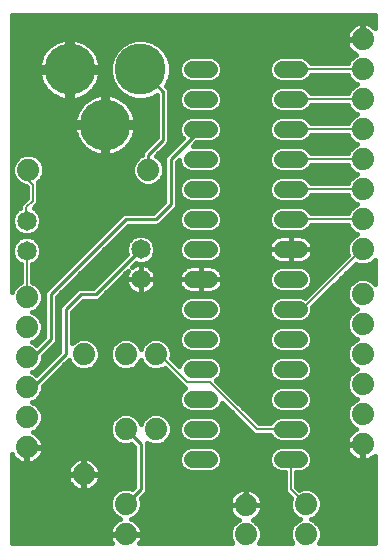
<source format=gbl>
G75*
%MOIN*%
%OFA0B0*%
%FSLAX25Y25*%
%IPPOS*%
%LPD*%
%AMOC8*
5,1,8,0,0,1.08239X$1,22.5*
%
%ADD10C,0.06500*%
%ADD11C,0.07400*%
%ADD12C,0.17000*%
%ADD13C,0.05600*%
%ADD14C,0.00700*%
%ADD15C,0.01000*%
%ADD16C,0.01600*%
D10*
X0410333Y0120756D03*
X0410333Y0130756D03*
X0448333Y0121256D03*
X0448333Y0111256D03*
D11*
X0410333Y0105256D03*
X0410333Y0095256D03*
X0429333Y0086256D03*
X0443333Y0086256D03*
X0453333Y0086256D03*
X0410333Y0085256D03*
X0410333Y0075256D03*
X0410333Y0065256D03*
X0410333Y0055256D03*
X0429333Y0046256D03*
X0443335Y0036500D03*
X0443333Y0026256D03*
X0483333Y0026256D03*
X0503333Y0026256D03*
X0503333Y0036256D03*
X0483332Y0036012D03*
X0522333Y0056256D03*
X0522333Y0066256D03*
X0522333Y0076256D03*
X0522333Y0086256D03*
X0522333Y0096256D03*
X0522333Y0106256D03*
X0522333Y0121256D03*
X0522333Y0131256D03*
X0522333Y0141256D03*
X0522333Y0151256D03*
X0522333Y0161256D03*
X0522333Y0171256D03*
X0522333Y0181256D03*
X0522333Y0191256D03*
X0450833Y0147756D03*
X0410833Y0147756D03*
X0443333Y0061256D03*
X0453333Y0061256D03*
D12*
X0436459Y0162752D03*
X0424648Y0181256D03*
X0448270Y0181256D03*
D13*
X0465533Y0181256D02*
X0471133Y0181256D01*
X0471133Y0171256D02*
X0465533Y0171256D01*
X0465533Y0161256D02*
X0471133Y0161256D01*
X0471133Y0151256D02*
X0465533Y0151256D01*
X0465533Y0141256D02*
X0471133Y0141256D01*
X0471133Y0131256D02*
X0465533Y0131256D01*
X0465533Y0121256D02*
X0471133Y0121256D01*
X0471133Y0111256D02*
X0465533Y0111256D01*
X0465533Y0101256D02*
X0471133Y0101256D01*
X0471133Y0091256D02*
X0465533Y0091256D01*
X0465533Y0081256D02*
X0471133Y0081256D01*
X0471133Y0071256D02*
X0465533Y0071256D01*
X0465533Y0061256D02*
X0471133Y0061256D01*
X0471133Y0051256D02*
X0465533Y0051256D01*
X0495533Y0051256D02*
X0501133Y0051256D01*
X0501133Y0061256D02*
X0495533Y0061256D01*
X0495533Y0071256D02*
X0501133Y0071256D01*
X0501133Y0081256D02*
X0495533Y0081256D01*
X0495533Y0091256D02*
X0501133Y0091256D01*
X0501133Y0101256D02*
X0495533Y0101256D01*
X0495533Y0111256D02*
X0501133Y0111256D01*
X0501133Y0121256D02*
X0495533Y0121256D01*
X0495533Y0131256D02*
X0501133Y0131256D01*
X0501133Y0141256D02*
X0495533Y0141256D01*
X0495533Y0151256D02*
X0501133Y0151256D01*
X0501133Y0161256D02*
X0495533Y0161256D01*
X0495533Y0171256D02*
X0501133Y0171256D01*
X0501133Y0181256D02*
X0495533Y0181256D01*
D14*
X0498333Y0181256D02*
X0522333Y0181256D01*
X0522333Y0171256D02*
X0498333Y0171256D01*
X0498333Y0161256D02*
X0522333Y0161256D01*
X0522333Y0151256D02*
X0498333Y0151256D01*
X0498333Y0141256D02*
X0522333Y0141256D01*
X0522333Y0131256D02*
X0498333Y0131256D01*
X0522083Y0121256D02*
X0522333Y0121256D01*
X0522083Y0121256D02*
X0502083Y0101256D01*
X0498333Y0101256D01*
X0463958Y0076881D02*
X0454583Y0086256D01*
X0453333Y0086256D01*
X0463958Y0076881D02*
X0471458Y0076881D01*
X0487083Y0061256D01*
X0498333Y0061256D01*
X0498333Y0051256D02*
X0498333Y0041256D01*
X0503333Y0036256D01*
X0410333Y0105256D02*
X0410333Y0120756D01*
X0410333Y0130756D02*
X0410083Y0130756D01*
X0410083Y0135256D01*
X0412333Y0137506D01*
X0412333Y0142756D01*
X0410833Y0144256D01*
X0410833Y0147756D01*
D15*
X0443333Y0131256D02*
X0453333Y0131256D01*
X0458333Y0136256D01*
X0458333Y0151256D01*
X0468333Y0161256D01*
X0455833Y0157756D02*
X0455833Y0173756D01*
X0453333Y0176256D01*
X0453270Y0176256D01*
X0448270Y0181256D01*
X0455833Y0157756D02*
X0450833Y0152756D01*
X0450833Y0147756D01*
X0443333Y0131256D02*
X0418333Y0106256D01*
X0418333Y0091256D01*
X0412333Y0085256D01*
X0410333Y0085256D01*
X0412333Y0075256D02*
X0423333Y0086256D01*
X0423333Y0101256D01*
X0428333Y0106256D01*
X0433333Y0106256D01*
X0448333Y0121256D01*
X0412333Y0075256D02*
X0410333Y0075256D01*
X0443333Y0061256D02*
X0448333Y0056256D01*
X0448333Y0041256D01*
X0443578Y0036500D01*
X0443335Y0036500D01*
D16*
X0405333Y0023256D02*
X0405333Y0052954D01*
X0405629Y0052373D01*
X0406138Y0051673D01*
X0406750Y0051061D01*
X0407451Y0050552D01*
X0408222Y0050159D01*
X0409045Y0049891D01*
X0409900Y0049756D01*
X0410133Y0049756D01*
X0410133Y0055056D01*
X0410533Y0055056D01*
X0410533Y0049756D01*
X0410766Y0049756D01*
X0411621Y0049891D01*
X0412445Y0050159D01*
X0413216Y0050552D01*
X0413916Y0051061D01*
X0414528Y0051673D01*
X0415037Y0052373D01*
X0415430Y0053145D01*
X0415698Y0053968D01*
X0415833Y0054823D01*
X0415833Y0055056D01*
X0410533Y0055056D01*
X0410533Y0055456D01*
X0415833Y0055456D01*
X0415833Y0055689D01*
X0415698Y0056544D01*
X0415430Y0057367D01*
X0415037Y0058139D01*
X0414528Y0058839D01*
X0413916Y0059451D01*
X0413216Y0059960D01*
X0412445Y0060353D01*
X0412389Y0060371D01*
X0413336Y0060763D01*
X0414826Y0062254D01*
X0415633Y0064202D01*
X0415633Y0066310D01*
X0414826Y0068258D01*
X0413336Y0069749D01*
X0412112Y0070256D01*
X0413336Y0070763D01*
X0414826Y0072254D01*
X0415633Y0074202D01*
X0415633Y0075586D01*
X0424203Y0084156D01*
X0424389Y0084342D01*
X0424840Y0083254D01*
X0426331Y0081763D01*
X0428279Y0080956D01*
X0430388Y0080956D01*
X0432336Y0081763D01*
X0433826Y0083254D01*
X0434633Y0085202D01*
X0434633Y0087310D01*
X0433826Y0089258D01*
X0432336Y0090749D01*
X0430388Y0091556D01*
X0428279Y0091556D01*
X0426331Y0090749D01*
X0425433Y0089851D01*
X0425433Y0100386D01*
X0429203Y0104156D01*
X0434203Y0104156D01*
X0444185Y0114138D01*
X0444014Y0113903D01*
X0443653Y0113194D01*
X0443408Y0112438D01*
X0443283Y0111653D01*
X0443283Y0111256D01*
X0448333Y0111256D01*
X0448333Y0111256D01*
X0448333Y0116306D01*
X0447936Y0116306D01*
X0447151Y0116182D01*
X0446395Y0115936D01*
X0445687Y0115575D01*
X0445452Y0115404D01*
X0446721Y0116674D01*
X0447369Y0116406D01*
X0449298Y0116406D01*
X0451081Y0117144D01*
X0452445Y0118509D01*
X0453183Y0120291D01*
X0453183Y0122221D01*
X0452445Y0124003D01*
X0451081Y0125368D01*
X0449298Y0126106D01*
X0447369Y0126106D01*
X0445586Y0125368D01*
X0444222Y0124003D01*
X0443483Y0122221D01*
X0443483Y0120291D01*
X0443751Y0119644D01*
X0432463Y0108356D01*
X0427463Y0108356D01*
X0426233Y0107126D01*
X0421233Y0102126D01*
X0421233Y0087126D01*
X0413596Y0079488D01*
X0413336Y0079749D01*
X0412112Y0080256D01*
X0413336Y0080763D01*
X0414826Y0082254D01*
X0415633Y0084202D01*
X0415633Y0085586D01*
X0419203Y0089156D01*
X0420433Y0090386D01*
X0420433Y0105386D01*
X0444203Y0129156D01*
X0454203Y0129156D01*
X0459203Y0134156D01*
X0460433Y0135386D01*
X0460433Y0150386D01*
X0461133Y0151086D01*
X0461133Y0150381D01*
X0461803Y0148763D01*
X0463041Y0147526D01*
X0464658Y0146856D01*
X0472009Y0146856D01*
X0473626Y0147526D01*
X0474863Y0148763D01*
X0475533Y0150381D01*
X0475533Y0152131D01*
X0474863Y0153748D01*
X0473626Y0154986D01*
X0472009Y0155656D01*
X0465703Y0155656D01*
X0466903Y0156856D01*
X0472009Y0156856D01*
X0473626Y0157526D01*
X0474863Y0158763D01*
X0475533Y0160381D01*
X0475533Y0162131D01*
X0474863Y0163748D01*
X0473626Y0164986D01*
X0472009Y0165656D01*
X0464658Y0165656D01*
X0463041Y0164986D01*
X0461803Y0163748D01*
X0461133Y0162131D01*
X0461133Y0160381D01*
X0461803Y0158763D01*
X0462337Y0158230D01*
X0456233Y0152126D01*
X0456233Y0137126D01*
X0452463Y0133356D01*
X0442463Y0133356D01*
X0441233Y0132126D01*
X0416233Y0107126D01*
X0416233Y0092126D01*
X0413596Y0089488D01*
X0413336Y0089749D01*
X0412112Y0090256D01*
X0413336Y0090763D01*
X0414826Y0092254D01*
X0415633Y0094202D01*
X0415633Y0096310D01*
X0414826Y0098258D01*
X0413336Y0099749D01*
X0412112Y0100256D01*
X0413336Y0100763D01*
X0414826Y0102254D01*
X0415633Y0104202D01*
X0415633Y0106310D01*
X0414826Y0108258D01*
X0413336Y0109749D01*
X0412283Y0110185D01*
X0412283Y0116314D01*
X0413081Y0116644D01*
X0414445Y0118009D01*
X0415183Y0119791D01*
X0415183Y0121721D01*
X0414445Y0123503D01*
X0413081Y0124868D01*
X0411298Y0125606D01*
X0409369Y0125606D01*
X0407586Y0124868D01*
X0406222Y0123503D01*
X0405483Y0121721D01*
X0405483Y0119791D01*
X0406222Y0118009D01*
X0407586Y0116644D01*
X0408383Y0116314D01*
X0408383Y0110185D01*
X0407331Y0109749D01*
X0405840Y0108258D01*
X0405333Y0107034D01*
X0405333Y0199256D01*
X0526333Y0199256D01*
X0526333Y0195034D01*
X0525916Y0195451D01*
X0525216Y0195960D01*
X0524445Y0196353D01*
X0523621Y0196620D01*
X0522766Y0196756D01*
X0522533Y0196756D01*
X0522533Y0191456D01*
X0522133Y0191456D01*
X0522133Y0191056D01*
X0516833Y0191056D01*
X0516833Y0190823D01*
X0516969Y0189968D01*
X0517236Y0189145D01*
X0517629Y0188373D01*
X0518138Y0187673D01*
X0518750Y0187061D01*
X0519451Y0186552D01*
X0520222Y0186159D01*
X0520277Y0186141D01*
X0519331Y0185749D01*
X0517840Y0184258D01*
X0517404Y0183206D01*
X0505088Y0183206D01*
X0504863Y0183748D01*
X0503626Y0184986D01*
X0502009Y0185656D01*
X0494658Y0185656D01*
X0493041Y0184986D01*
X0491803Y0183748D01*
X0491133Y0182131D01*
X0491133Y0180381D01*
X0491803Y0178763D01*
X0493041Y0177526D01*
X0494658Y0176856D01*
X0502009Y0176856D01*
X0503626Y0177526D01*
X0504863Y0178763D01*
X0505088Y0179306D01*
X0517404Y0179306D01*
X0517840Y0178254D01*
X0519331Y0176763D01*
X0520555Y0176256D01*
X0519331Y0175749D01*
X0517840Y0174258D01*
X0517404Y0173206D01*
X0505088Y0173206D01*
X0504863Y0173748D01*
X0503626Y0174986D01*
X0502009Y0175656D01*
X0494658Y0175656D01*
X0493041Y0174986D01*
X0491803Y0173748D01*
X0491133Y0172131D01*
X0491133Y0170381D01*
X0491803Y0168763D01*
X0493041Y0167526D01*
X0494658Y0166856D01*
X0502009Y0166856D01*
X0503626Y0167526D01*
X0504863Y0168763D01*
X0505088Y0169306D01*
X0517404Y0169306D01*
X0517840Y0168254D01*
X0519331Y0166763D01*
X0520555Y0166256D01*
X0519331Y0165749D01*
X0517840Y0164258D01*
X0517404Y0163206D01*
X0505088Y0163206D01*
X0504863Y0163748D01*
X0503626Y0164986D01*
X0502009Y0165656D01*
X0494658Y0165656D01*
X0493041Y0164986D01*
X0491803Y0163748D01*
X0491133Y0162131D01*
X0491133Y0160381D01*
X0491803Y0158763D01*
X0493041Y0157526D01*
X0494658Y0156856D01*
X0502009Y0156856D01*
X0503626Y0157526D01*
X0504863Y0158763D01*
X0505088Y0159306D01*
X0517404Y0159306D01*
X0517840Y0158254D01*
X0519331Y0156763D01*
X0520555Y0156256D01*
X0519331Y0155749D01*
X0517840Y0154258D01*
X0517404Y0153206D01*
X0505088Y0153206D01*
X0504863Y0153748D01*
X0503626Y0154986D01*
X0502009Y0155656D01*
X0494658Y0155656D01*
X0493041Y0154986D01*
X0491803Y0153748D01*
X0491133Y0152131D01*
X0491133Y0150381D01*
X0491803Y0148763D01*
X0493041Y0147526D01*
X0494658Y0146856D01*
X0502009Y0146856D01*
X0503626Y0147526D01*
X0504863Y0148763D01*
X0505088Y0149306D01*
X0517404Y0149306D01*
X0517840Y0148254D01*
X0519331Y0146763D01*
X0520555Y0146256D01*
X0519331Y0145749D01*
X0517840Y0144258D01*
X0517404Y0143206D01*
X0505088Y0143206D01*
X0504863Y0143748D01*
X0503626Y0144986D01*
X0502009Y0145656D01*
X0494658Y0145656D01*
X0493041Y0144986D01*
X0491803Y0143748D01*
X0491133Y0142131D01*
X0491133Y0140381D01*
X0491803Y0138763D01*
X0493041Y0137526D01*
X0494658Y0136856D01*
X0502009Y0136856D01*
X0503626Y0137526D01*
X0504863Y0138763D01*
X0505088Y0139306D01*
X0517404Y0139306D01*
X0517840Y0138254D01*
X0519331Y0136763D01*
X0520555Y0136256D01*
X0519331Y0135749D01*
X0517840Y0134258D01*
X0517404Y0133206D01*
X0505088Y0133206D01*
X0504863Y0133748D01*
X0503626Y0134986D01*
X0502009Y0135656D01*
X0494658Y0135656D01*
X0493041Y0134986D01*
X0491803Y0133748D01*
X0491133Y0132131D01*
X0491133Y0130381D01*
X0491803Y0128763D01*
X0493041Y0127526D01*
X0494658Y0126856D01*
X0502009Y0126856D01*
X0503626Y0127526D01*
X0504863Y0128763D01*
X0505088Y0129306D01*
X0517404Y0129306D01*
X0517840Y0128254D01*
X0519331Y0126763D01*
X0520555Y0126256D01*
X0519331Y0125749D01*
X0517840Y0124258D01*
X0517033Y0122310D01*
X0517033Y0120202D01*
X0517396Y0119326D01*
X0503223Y0105153D01*
X0502009Y0105656D01*
X0494658Y0105656D01*
X0493041Y0104986D01*
X0491803Y0103748D01*
X0491133Y0102131D01*
X0491133Y0100381D01*
X0491803Y0098763D01*
X0493041Y0097526D01*
X0494658Y0096856D01*
X0502009Y0096856D01*
X0503626Y0097526D01*
X0504863Y0098763D01*
X0505533Y0100381D01*
X0505533Y0101948D01*
X0520050Y0116465D01*
X0521279Y0115956D01*
X0523388Y0115956D01*
X0525336Y0116763D01*
X0526333Y0117761D01*
X0526333Y0109751D01*
X0525336Y0110749D01*
X0523388Y0111556D01*
X0521279Y0111556D01*
X0519331Y0110749D01*
X0517840Y0109258D01*
X0517033Y0107310D01*
X0517033Y0105202D01*
X0517840Y0103254D01*
X0519331Y0101763D01*
X0520555Y0101256D01*
X0519331Y0100749D01*
X0517840Y0099258D01*
X0517033Y0097310D01*
X0517033Y0095202D01*
X0517840Y0093254D01*
X0519331Y0091763D01*
X0520555Y0091256D01*
X0519331Y0090749D01*
X0517840Y0089258D01*
X0517033Y0087310D01*
X0517033Y0085202D01*
X0517840Y0083254D01*
X0519331Y0081763D01*
X0520555Y0081256D01*
X0519331Y0080749D01*
X0517840Y0079258D01*
X0517033Y0077310D01*
X0517033Y0075202D01*
X0517840Y0073254D01*
X0519331Y0071763D01*
X0520555Y0071256D01*
X0519331Y0070749D01*
X0517840Y0069258D01*
X0517033Y0067310D01*
X0517033Y0065202D01*
X0517840Y0063254D01*
X0519331Y0061763D01*
X0520277Y0061371D01*
X0520222Y0061353D01*
X0519451Y0060960D01*
X0518750Y0060451D01*
X0518138Y0059839D01*
X0517629Y0059139D01*
X0517236Y0058367D01*
X0516969Y0057544D01*
X0516833Y0056689D01*
X0516833Y0056456D01*
X0522133Y0056456D01*
X0522133Y0056056D01*
X0516833Y0056056D01*
X0516833Y0055823D01*
X0516969Y0054968D01*
X0517236Y0054145D01*
X0517629Y0053373D01*
X0518138Y0052673D01*
X0518750Y0052061D01*
X0519451Y0051552D01*
X0520222Y0051159D01*
X0521045Y0050891D01*
X0521900Y0050756D01*
X0522133Y0050756D01*
X0522133Y0056056D01*
X0522533Y0056056D01*
X0522533Y0050756D01*
X0522766Y0050756D01*
X0523621Y0050891D01*
X0524445Y0051159D01*
X0525216Y0051552D01*
X0525916Y0052061D01*
X0526333Y0052478D01*
X0526333Y0023256D01*
X0507827Y0023256D01*
X0508633Y0025202D01*
X0508633Y0027310D01*
X0507826Y0029258D01*
X0506336Y0030749D01*
X0505112Y0031256D01*
X0506336Y0031763D01*
X0507826Y0033254D01*
X0508633Y0035202D01*
X0508633Y0037310D01*
X0507826Y0039258D01*
X0506336Y0040749D01*
X0504388Y0041556D01*
X0502279Y0041556D01*
X0501227Y0041120D01*
X0500283Y0042064D01*
X0500283Y0046856D01*
X0502009Y0046856D01*
X0503626Y0047526D01*
X0504863Y0048763D01*
X0505533Y0050381D01*
X0505533Y0052131D01*
X0504863Y0053748D01*
X0503626Y0054986D01*
X0502009Y0055656D01*
X0494658Y0055656D01*
X0493041Y0054986D01*
X0491803Y0053748D01*
X0491133Y0052131D01*
X0491133Y0050381D01*
X0491803Y0048763D01*
X0493041Y0047526D01*
X0494658Y0046856D01*
X0496383Y0046856D01*
X0496383Y0040448D01*
X0498469Y0038362D01*
X0498033Y0037310D01*
X0498033Y0035202D01*
X0498840Y0033254D01*
X0500331Y0031763D01*
X0501555Y0031256D01*
X0500331Y0030749D01*
X0498840Y0029258D01*
X0498033Y0027310D01*
X0498033Y0025202D01*
X0498839Y0023256D01*
X0487827Y0023256D01*
X0488633Y0025202D01*
X0488633Y0027310D01*
X0487826Y0029258D01*
X0486336Y0030749D01*
X0485664Y0031027D01*
X0486214Y0031308D01*
X0486915Y0031816D01*
X0487527Y0032429D01*
X0488036Y0033129D01*
X0488429Y0033900D01*
X0488696Y0034724D01*
X0488832Y0035579D01*
X0488832Y0035859D01*
X0483417Y0035925D01*
X0483419Y0036096D01*
X0488832Y0036030D01*
X0488832Y0036444D01*
X0488696Y0037299D01*
X0488429Y0038123D01*
X0488036Y0038894D01*
X0487527Y0039595D01*
X0486915Y0040207D01*
X0486214Y0040716D01*
X0485443Y0041109D01*
X0484620Y0041376D01*
X0483765Y0041512D01*
X0483485Y0041512D01*
X0483419Y0036096D01*
X0483247Y0036098D01*
X0483245Y0035927D01*
X0477832Y0035993D01*
X0477832Y0035579D01*
X0477967Y0034724D01*
X0478235Y0033900D01*
X0478628Y0033129D01*
X0479137Y0032429D01*
X0479749Y0031816D01*
X0480449Y0031308D01*
X0481001Y0031026D01*
X0480331Y0030749D01*
X0478840Y0029258D01*
X0478033Y0027310D01*
X0478033Y0025202D01*
X0478839Y0023256D01*
X0447952Y0023256D01*
X0448037Y0023373D01*
X0448430Y0024145D01*
X0448698Y0024968D01*
X0448833Y0025823D01*
X0448833Y0026170D01*
X0443419Y0026170D01*
X0443419Y0026342D01*
X0448833Y0026342D01*
X0448833Y0026689D01*
X0448698Y0027544D01*
X0448430Y0028367D01*
X0448037Y0029139D01*
X0447528Y0029839D01*
X0446916Y0030451D01*
X0446216Y0030960D01*
X0445445Y0031353D01*
X0445060Y0031478D01*
X0446337Y0032007D01*
X0447828Y0033498D01*
X0448635Y0035446D01*
X0448635Y0037554D01*
X0448332Y0038285D01*
X0449203Y0039156D01*
X0450433Y0040386D01*
X0450433Y0056720D01*
X0452279Y0055956D01*
X0454388Y0055956D01*
X0456336Y0056763D01*
X0457826Y0058254D01*
X0458633Y0060202D01*
X0458633Y0062310D01*
X0457826Y0064258D01*
X0456336Y0065749D01*
X0454388Y0066556D01*
X0452279Y0066556D01*
X0450331Y0065749D01*
X0448840Y0064258D01*
X0448333Y0063034D01*
X0447826Y0064258D01*
X0446336Y0065749D01*
X0444388Y0066556D01*
X0442279Y0066556D01*
X0440331Y0065749D01*
X0438840Y0064258D01*
X0438033Y0062310D01*
X0438033Y0060202D01*
X0438840Y0058254D01*
X0440331Y0056763D01*
X0442279Y0055956D01*
X0444388Y0055956D01*
X0445290Y0056330D01*
X0446233Y0055386D01*
X0446233Y0042126D01*
X0445463Y0041355D01*
X0444389Y0041800D01*
X0442281Y0041800D01*
X0440333Y0040993D01*
X0438842Y0039502D01*
X0438035Y0037554D01*
X0438035Y0035446D01*
X0438842Y0033498D01*
X0440333Y0032007D01*
X0441609Y0031479D01*
X0441222Y0031353D01*
X0440451Y0030960D01*
X0439750Y0030451D01*
X0439138Y0029839D01*
X0438629Y0029139D01*
X0438236Y0028367D01*
X0437969Y0027544D01*
X0437833Y0026689D01*
X0437833Y0026342D01*
X0443247Y0026342D01*
X0443247Y0026170D01*
X0437833Y0026170D01*
X0437833Y0025823D01*
X0437969Y0024968D01*
X0438236Y0024145D01*
X0438629Y0023373D01*
X0438715Y0023256D01*
X0405333Y0023256D01*
X0405333Y0023728D02*
X0438449Y0023728D01*
X0437912Y0025326D02*
X0405333Y0025326D01*
X0405333Y0026925D02*
X0437871Y0026925D01*
X0438316Y0028523D02*
X0405333Y0028523D01*
X0405333Y0030122D02*
X0439421Y0030122D01*
X0441025Y0031720D02*
X0405333Y0031720D01*
X0405333Y0033319D02*
X0439021Y0033319D01*
X0438254Y0034917D02*
X0405333Y0034917D01*
X0405333Y0036516D02*
X0438035Y0036516D01*
X0438267Y0038114D02*
X0405333Y0038114D01*
X0405333Y0039713D02*
X0439052Y0039713D01*
X0441101Y0041312D02*
X0431744Y0041312D01*
X0431445Y0041159D02*
X0432216Y0041552D01*
X0432916Y0042061D01*
X0433528Y0042673D01*
X0434037Y0043373D01*
X0434430Y0044145D01*
X0434698Y0044968D01*
X0434833Y0045823D01*
X0434833Y0046170D01*
X0429419Y0046170D01*
X0429419Y0040756D01*
X0429766Y0040756D01*
X0430621Y0040891D01*
X0431445Y0041159D01*
X0429419Y0041312D02*
X0429247Y0041312D01*
X0429247Y0040756D02*
X0429247Y0046170D01*
X0423833Y0046170D01*
X0423833Y0045823D01*
X0423969Y0044968D01*
X0424236Y0044145D01*
X0424629Y0043373D01*
X0425138Y0042673D01*
X0425750Y0042061D01*
X0426451Y0041552D01*
X0427222Y0041159D01*
X0428045Y0040891D01*
X0428900Y0040756D01*
X0429247Y0040756D01*
X0429247Y0042910D02*
X0429419Y0042910D01*
X0429419Y0044509D02*
X0429247Y0044509D01*
X0429247Y0046107D02*
X0429419Y0046107D01*
X0429419Y0046170D02*
X0429247Y0046170D01*
X0429247Y0046342D01*
X0423833Y0046342D01*
X0423833Y0046689D01*
X0423969Y0047544D01*
X0424236Y0048367D01*
X0424629Y0049139D01*
X0425138Y0049839D01*
X0425750Y0050451D01*
X0426451Y0050960D01*
X0427222Y0051353D01*
X0428045Y0051620D01*
X0428900Y0051756D01*
X0429247Y0051756D01*
X0429247Y0046342D01*
X0429419Y0046342D01*
X0429419Y0051756D01*
X0429766Y0051756D01*
X0430621Y0051620D01*
X0431445Y0051353D01*
X0432216Y0050960D01*
X0432916Y0050451D01*
X0433528Y0049839D01*
X0434037Y0049139D01*
X0434430Y0048367D01*
X0434698Y0047544D01*
X0434833Y0046689D01*
X0434833Y0046342D01*
X0429419Y0046342D01*
X0429419Y0046170D01*
X0429419Y0047706D02*
X0429247Y0047706D01*
X0429247Y0049304D02*
X0429419Y0049304D01*
X0429419Y0050903D02*
X0429247Y0050903D01*
X0426372Y0050903D02*
X0413699Y0050903D01*
X0415102Y0052501D02*
X0446233Y0052501D01*
X0446233Y0050903D02*
X0432295Y0050903D01*
X0433917Y0049304D02*
X0446233Y0049304D01*
X0446233Y0047706D02*
X0434645Y0047706D01*
X0434833Y0046107D02*
X0446233Y0046107D01*
X0446233Y0044509D02*
X0434549Y0044509D01*
X0433701Y0042910D02*
X0446233Y0042910D01*
X0450433Y0042910D02*
X0496383Y0042910D01*
X0496383Y0041312D02*
X0484819Y0041312D01*
X0483482Y0041312D02*
X0483311Y0041312D01*
X0483313Y0041512D02*
X0482899Y0041512D01*
X0482044Y0041376D01*
X0481221Y0041109D01*
X0480449Y0040716D01*
X0479749Y0040207D01*
X0479137Y0039595D01*
X0478628Y0038894D01*
X0478235Y0038123D01*
X0477967Y0037299D01*
X0477832Y0036444D01*
X0477832Y0036165D01*
X0483247Y0036098D01*
X0483313Y0041512D01*
X0481845Y0041312D02*
X0450433Y0041312D01*
X0449760Y0039713D02*
X0479255Y0039713D01*
X0478232Y0038114D02*
X0448403Y0038114D01*
X0448635Y0036516D02*
X0477843Y0036516D01*
X0477937Y0034917D02*
X0448416Y0034917D01*
X0447649Y0033319D02*
X0478531Y0033319D01*
X0479881Y0031720D02*
X0445645Y0031720D01*
X0447245Y0030122D02*
X0479704Y0030122D01*
X0478536Y0028523D02*
X0448351Y0028523D01*
X0448796Y0026925D02*
X0478033Y0026925D01*
X0478033Y0025326D02*
X0448755Y0025326D01*
X0448218Y0023728D02*
X0478644Y0023728D01*
X0488023Y0023728D02*
X0498644Y0023728D01*
X0498033Y0025326D02*
X0488633Y0025326D01*
X0488633Y0026925D02*
X0498033Y0026925D01*
X0498536Y0028523D02*
X0488131Y0028523D01*
X0486963Y0030122D02*
X0499704Y0030122D01*
X0500433Y0031720D02*
X0486783Y0031720D01*
X0488133Y0033319D02*
X0498813Y0033319D01*
X0498151Y0034917D02*
X0488727Y0034917D01*
X0488820Y0036516D02*
X0498033Y0036516D01*
X0498367Y0038114D02*
X0488432Y0038114D01*
X0487409Y0039713D02*
X0497119Y0039713D01*
X0501035Y0041312D02*
X0501689Y0041312D01*
X0500283Y0042910D02*
X0526333Y0042910D01*
X0526333Y0041312D02*
X0504978Y0041312D01*
X0507372Y0039713D02*
X0526333Y0039713D01*
X0526333Y0038114D02*
X0508300Y0038114D01*
X0508633Y0036516D02*
X0526333Y0036516D01*
X0526333Y0034917D02*
X0508516Y0034917D01*
X0507853Y0033319D02*
X0526333Y0033319D01*
X0526333Y0031720D02*
X0506233Y0031720D01*
X0506963Y0030122D02*
X0526333Y0030122D01*
X0526333Y0028523D02*
X0508131Y0028523D01*
X0508633Y0026925D02*
X0526333Y0026925D01*
X0526333Y0025326D02*
X0508633Y0025326D01*
X0508023Y0023728D02*
X0526333Y0023728D01*
X0483424Y0036516D02*
X0483252Y0036516D01*
X0483272Y0038114D02*
X0483443Y0038114D01*
X0483463Y0039713D02*
X0483291Y0039713D01*
X0496383Y0044509D02*
X0450433Y0044509D01*
X0450433Y0046107D02*
X0496383Y0046107D01*
X0492861Y0047706D02*
X0473806Y0047706D01*
X0473626Y0047526D02*
X0474863Y0048763D01*
X0475533Y0050381D01*
X0475533Y0052131D01*
X0474863Y0053748D01*
X0473626Y0054986D01*
X0472009Y0055656D01*
X0464658Y0055656D01*
X0463041Y0054986D01*
X0461803Y0053748D01*
X0461133Y0052131D01*
X0461133Y0050381D01*
X0461803Y0048763D01*
X0463041Y0047526D01*
X0464658Y0046856D01*
X0472009Y0046856D01*
X0473626Y0047526D01*
X0475087Y0049304D02*
X0491579Y0049304D01*
X0491133Y0050903D02*
X0475533Y0050903D01*
X0475380Y0052501D02*
X0491287Y0052501D01*
X0492154Y0054100D02*
X0474512Y0054100D01*
X0473073Y0057297D02*
X0493594Y0057297D01*
X0493041Y0057526D02*
X0494658Y0056856D01*
X0502009Y0056856D01*
X0503626Y0057526D01*
X0504863Y0058763D01*
X0505533Y0060381D01*
X0505533Y0062131D01*
X0504863Y0063748D01*
X0503626Y0064986D01*
X0502009Y0065656D01*
X0494658Y0065656D01*
X0493041Y0064986D01*
X0491803Y0063748D01*
X0491579Y0063206D01*
X0487891Y0063206D01*
X0473587Y0077510D01*
X0473626Y0077526D01*
X0474863Y0078763D01*
X0475533Y0080381D01*
X0475533Y0082131D01*
X0474863Y0083748D01*
X0473626Y0084986D01*
X0472009Y0085656D01*
X0464658Y0085656D01*
X0463041Y0084986D01*
X0461803Y0083748D01*
X0461231Y0082366D01*
X0458564Y0085033D01*
X0458633Y0085202D01*
X0458633Y0087310D01*
X0457826Y0089258D01*
X0456336Y0090749D01*
X0454388Y0091556D01*
X0452279Y0091556D01*
X0450331Y0090749D01*
X0448840Y0089258D01*
X0448333Y0088034D01*
X0447826Y0089258D01*
X0446336Y0090749D01*
X0444388Y0091556D01*
X0442279Y0091556D01*
X0440331Y0090749D01*
X0438840Y0089258D01*
X0438033Y0087310D01*
X0438033Y0085202D01*
X0438840Y0083254D01*
X0440331Y0081763D01*
X0442279Y0080956D01*
X0444388Y0080956D01*
X0446336Y0081763D01*
X0447826Y0083254D01*
X0448333Y0084477D01*
X0448840Y0083254D01*
X0450331Y0081763D01*
X0452279Y0080956D01*
X0454388Y0080956D01*
X0456324Y0081758D01*
X0463080Y0075002D01*
X0463041Y0074986D01*
X0461803Y0073748D01*
X0461133Y0072131D01*
X0461133Y0070381D01*
X0461803Y0068763D01*
X0463041Y0067526D01*
X0464658Y0066856D01*
X0472009Y0066856D01*
X0473626Y0067526D01*
X0474863Y0068763D01*
X0475436Y0070146D01*
X0486276Y0059306D01*
X0491579Y0059306D01*
X0491803Y0058763D01*
X0493041Y0057526D01*
X0491749Y0058895D02*
X0474918Y0058895D01*
X0474863Y0058763D02*
X0475533Y0060381D01*
X0475533Y0062131D01*
X0474863Y0063748D01*
X0473626Y0064986D01*
X0472009Y0065656D01*
X0464658Y0065656D01*
X0463041Y0064986D01*
X0461803Y0063748D01*
X0461133Y0062131D01*
X0461133Y0060381D01*
X0461803Y0058763D01*
X0463041Y0057526D01*
X0464658Y0056856D01*
X0472009Y0056856D01*
X0473626Y0057526D01*
X0474863Y0058763D01*
X0475533Y0060494D02*
X0485088Y0060494D01*
X0483489Y0062092D02*
X0475533Y0062092D01*
X0474887Y0063691D02*
X0481891Y0063691D01*
X0480292Y0065289D02*
X0472894Y0065289D01*
X0472085Y0066888D02*
X0478694Y0066888D01*
X0477095Y0068486D02*
X0474586Y0068486D01*
X0475411Y0070085D02*
X0475497Y0070085D01*
X0479414Y0071683D02*
X0491133Y0071683D01*
X0491133Y0072131D02*
X0491133Y0070381D01*
X0491803Y0068763D01*
X0493041Y0067526D01*
X0494658Y0066856D01*
X0502009Y0066856D01*
X0503626Y0067526D01*
X0504863Y0068763D01*
X0505533Y0070381D01*
X0505533Y0072131D01*
X0504863Y0073748D01*
X0503626Y0074986D01*
X0502009Y0075656D01*
X0494658Y0075656D01*
X0493041Y0074986D01*
X0491803Y0073748D01*
X0491133Y0072131D01*
X0491610Y0073282D02*
X0477815Y0073282D01*
X0476217Y0074880D02*
X0492935Y0074880D01*
X0494658Y0076856D02*
X0502009Y0076856D01*
X0503626Y0077526D01*
X0504863Y0078763D01*
X0505533Y0080381D01*
X0505533Y0082131D01*
X0504863Y0083748D01*
X0503626Y0084986D01*
X0502009Y0085656D01*
X0494658Y0085656D01*
X0493041Y0084986D01*
X0491803Y0083748D01*
X0491133Y0082131D01*
X0491133Y0080381D01*
X0491803Y0078763D01*
X0493041Y0077526D01*
X0494658Y0076856D01*
X0492489Y0078077D02*
X0474177Y0078077D01*
X0474618Y0076479D02*
X0517033Y0076479D01*
X0517166Y0074880D02*
X0503732Y0074880D01*
X0505057Y0073282D02*
X0517829Y0073282D01*
X0519523Y0071683D02*
X0505533Y0071683D01*
X0505411Y0070085D02*
X0518667Y0070085D01*
X0517520Y0068486D02*
X0504586Y0068486D01*
X0502085Y0066888D02*
X0517033Y0066888D01*
X0517033Y0065289D02*
X0502894Y0065289D01*
X0504887Y0063691D02*
X0517659Y0063691D01*
X0519002Y0062092D02*
X0505533Y0062092D01*
X0505533Y0060494D02*
X0518809Y0060494D01*
X0517505Y0058895D02*
X0504918Y0058895D01*
X0503073Y0057297D02*
X0516930Y0057297D01*
X0516853Y0055698D02*
X0450433Y0055698D01*
X0450433Y0054100D02*
X0462154Y0054100D01*
X0461287Y0052501D02*
X0450433Y0052501D01*
X0450433Y0050903D02*
X0461133Y0050903D01*
X0461579Y0049304D02*
X0450433Y0049304D01*
X0450433Y0047706D02*
X0462861Y0047706D01*
X0446233Y0054100D02*
X0415719Y0054100D01*
X0415832Y0055698D02*
X0445921Y0055698D01*
X0439797Y0057297D02*
X0415453Y0057297D01*
X0414472Y0058895D02*
X0438575Y0058895D01*
X0438033Y0060494D02*
X0412686Y0060494D01*
X0414665Y0062092D02*
X0438033Y0062092D01*
X0438605Y0063691D02*
X0415422Y0063691D01*
X0415633Y0065289D02*
X0439871Y0065289D01*
X0446795Y0065289D02*
X0449871Y0065289D01*
X0448605Y0063691D02*
X0448061Y0063691D01*
X0456795Y0065289D02*
X0463773Y0065289D01*
X0464581Y0066888D02*
X0415394Y0066888D01*
X0414598Y0068486D02*
X0462080Y0068486D01*
X0461256Y0070085D02*
X0412525Y0070085D01*
X0414256Y0071683D02*
X0461133Y0071683D01*
X0461610Y0073282D02*
X0415252Y0073282D01*
X0415633Y0074880D02*
X0462935Y0074880D01*
X0461603Y0076479D02*
X0416526Y0076479D01*
X0418125Y0078077D02*
X0460004Y0078077D01*
X0458406Y0079676D02*
X0419723Y0079676D01*
X0421322Y0081274D02*
X0427510Y0081274D01*
X0425221Y0082873D02*
X0422920Y0082873D01*
X0418579Y0084471D02*
X0415633Y0084471D01*
X0416117Y0086070D02*
X0420177Y0086070D01*
X0421233Y0087668D02*
X0417716Y0087668D01*
X0419314Y0089267D02*
X0421233Y0089267D01*
X0421233Y0090865D02*
X0420433Y0090865D01*
X0420433Y0092464D02*
X0421233Y0092464D01*
X0421233Y0094062D02*
X0420433Y0094062D01*
X0420433Y0095661D02*
X0421233Y0095661D01*
X0421233Y0097259D02*
X0420433Y0097259D01*
X0420433Y0098858D02*
X0421233Y0098858D01*
X0421233Y0100456D02*
X0420433Y0100456D01*
X0420433Y0102055D02*
X0421233Y0102055D01*
X0420433Y0103653D02*
X0422761Y0103653D01*
X0424360Y0105252D02*
X0420433Y0105252D01*
X0421898Y0106850D02*
X0425958Y0106850D01*
X0423496Y0108449D02*
X0432557Y0108449D01*
X0434155Y0110047D02*
X0425095Y0110047D01*
X0426693Y0111646D02*
X0435754Y0111646D01*
X0437352Y0113245D02*
X0428292Y0113245D01*
X0429890Y0114843D02*
X0438951Y0114843D01*
X0440549Y0116442D02*
X0431489Y0116442D01*
X0433087Y0118040D02*
X0442148Y0118040D01*
X0443746Y0119639D02*
X0434686Y0119639D01*
X0436284Y0121237D02*
X0443483Y0121237D01*
X0443738Y0122836D02*
X0437883Y0122836D01*
X0439481Y0124434D02*
X0444653Y0124434D01*
X0447192Y0126033D02*
X0441080Y0126033D01*
X0442678Y0127631D02*
X0462936Y0127631D01*
X0463041Y0127526D02*
X0464658Y0126856D01*
X0472009Y0126856D01*
X0473626Y0127526D01*
X0474863Y0128763D01*
X0475533Y0130381D01*
X0475533Y0132131D01*
X0474863Y0133748D01*
X0473626Y0134986D01*
X0472009Y0135656D01*
X0464658Y0135656D01*
X0463041Y0134986D01*
X0461803Y0133748D01*
X0461133Y0132131D01*
X0461133Y0130381D01*
X0461803Y0128763D01*
X0463041Y0127526D01*
X0461610Y0129230D02*
X0454277Y0129230D01*
X0455875Y0130828D02*
X0461133Y0130828D01*
X0461256Y0132427D02*
X0457474Y0132427D01*
X0459072Y0134025D02*
X0462080Y0134025D01*
X0460433Y0135624D02*
X0464580Y0135624D01*
X0464658Y0136856D02*
X0472009Y0136856D01*
X0473626Y0137526D01*
X0474863Y0138763D01*
X0475533Y0140381D01*
X0475533Y0142131D01*
X0474863Y0143748D01*
X0473626Y0144986D01*
X0472009Y0145656D01*
X0464658Y0145656D01*
X0463041Y0144986D01*
X0461803Y0143748D01*
X0461133Y0142131D01*
X0461133Y0140381D01*
X0461803Y0138763D01*
X0463041Y0137526D01*
X0464658Y0136856D01*
X0463774Y0137222D02*
X0460433Y0137222D01*
X0460433Y0138821D02*
X0461779Y0138821D01*
X0461133Y0140419D02*
X0460433Y0140419D01*
X0460433Y0142018D02*
X0461133Y0142018D01*
X0461748Y0143616D02*
X0460433Y0143616D01*
X0460433Y0145215D02*
X0463593Y0145215D01*
X0460433Y0146813D02*
X0519281Y0146813D01*
X0518797Y0145215D02*
X0503074Y0145215D01*
X0504918Y0143616D02*
X0517574Y0143616D01*
X0517605Y0138821D02*
X0504887Y0138821D01*
X0502893Y0137222D02*
X0518872Y0137222D01*
X0519206Y0135624D02*
X0502086Y0135624D01*
X0504587Y0134025D02*
X0517744Y0134025D01*
X0517436Y0129230D02*
X0505057Y0129230D01*
X0503731Y0127631D02*
X0518463Y0127631D01*
X0520016Y0126033D02*
X0449475Y0126033D01*
X0452014Y0124434D02*
X0462489Y0124434D01*
X0463041Y0124986D02*
X0461803Y0123748D01*
X0461133Y0122131D01*
X0461133Y0120381D01*
X0461803Y0118763D01*
X0463041Y0117526D01*
X0464658Y0116856D01*
X0472009Y0116856D01*
X0473626Y0117526D01*
X0474863Y0118763D01*
X0475533Y0120381D01*
X0475533Y0122131D01*
X0474863Y0123748D01*
X0473626Y0124986D01*
X0472009Y0125656D01*
X0464658Y0125656D01*
X0463041Y0124986D01*
X0461425Y0122836D02*
X0452929Y0122836D01*
X0453183Y0121237D02*
X0461133Y0121237D01*
X0461441Y0119639D02*
X0452913Y0119639D01*
X0451976Y0118040D02*
X0462527Y0118040D01*
X0463768Y0115519D02*
X0464456Y0115743D01*
X0465171Y0115856D01*
X0468333Y0115856D01*
X0468333Y0111256D01*
X0468333Y0111256D01*
X0460933Y0111256D01*
X0460933Y0111618D01*
X0461047Y0112333D01*
X0461270Y0113022D01*
X0461599Y0113667D01*
X0462025Y0114253D01*
X0462537Y0114765D01*
X0463122Y0115190D01*
X0463768Y0115519D01*
X0462645Y0114843D02*
X0451888Y0114843D01*
X0451623Y0115108D02*
X0450980Y0115575D01*
X0450272Y0115936D01*
X0449516Y0116182D01*
X0448731Y0116306D01*
X0448333Y0116306D01*
X0448333Y0111256D01*
X0448333Y0111256D01*
X0443283Y0111256D01*
X0443283Y0110858D01*
X0443408Y0110073D01*
X0443653Y0109317D01*
X0444014Y0108609D01*
X0444481Y0107966D01*
X0445043Y0107404D01*
X0445687Y0106937D01*
X0446395Y0106576D01*
X0447151Y0106330D01*
X0447936Y0106206D01*
X0448333Y0106206D01*
X0448333Y0111256D01*
X0448333Y0111256D01*
X0448333Y0106206D01*
X0448731Y0106206D01*
X0449516Y0106330D01*
X0450272Y0106576D01*
X0450980Y0106937D01*
X0451623Y0107404D01*
X0452185Y0107966D01*
X0452652Y0108609D01*
X0453013Y0109317D01*
X0453259Y0110073D01*
X0453383Y0110858D01*
X0453383Y0111256D01*
X0453383Y0111653D01*
X0453259Y0112438D01*
X0453013Y0113194D01*
X0452652Y0113903D01*
X0452185Y0114546D01*
X0451623Y0115108D01*
X0452988Y0113245D02*
X0461384Y0113245D01*
X0460938Y0111646D02*
X0453383Y0111646D01*
X0453383Y0111256D02*
X0448333Y0111256D01*
X0448333Y0111256D01*
X0453383Y0111256D01*
X0453251Y0110047D02*
X0461089Y0110047D01*
X0461047Y0110179D02*
X0461270Y0109490D01*
X0461599Y0108845D01*
X0462025Y0108259D01*
X0462537Y0107747D01*
X0463122Y0107322D01*
X0463768Y0106993D01*
X0464456Y0106769D01*
X0465171Y0106656D01*
X0468333Y0106656D01*
X0468333Y0111256D01*
X0460933Y0111256D01*
X0460933Y0110894D01*
X0461047Y0110179D01*
X0461887Y0108449D02*
X0452536Y0108449D01*
X0450811Y0106850D02*
X0464206Y0106850D01*
X0464658Y0105656D02*
X0463041Y0104986D01*
X0461803Y0103748D01*
X0461133Y0102131D01*
X0461133Y0100381D01*
X0461803Y0098763D01*
X0463041Y0097526D01*
X0464658Y0096856D01*
X0472009Y0096856D01*
X0473626Y0097526D01*
X0474863Y0098763D01*
X0475533Y0100381D01*
X0475533Y0102131D01*
X0474863Y0103748D01*
X0473626Y0104986D01*
X0472009Y0105656D01*
X0464658Y0105656D01*
X0463683Y0105252D02*
X0435299Y0105252D01*
X0436898Y0106850D02*
X0445856Y0106850D01*
X0444131Y0108449D02*
X0438496Y0108449D01*
X0440095Y0110047D02*
X0443416Y0110047D01*
X0443283Y0111646D02*
X0441693Y0111646D01*
X0443292Y0113245D02*
X0443679Y0113245D01*
X0448333Y0113245D02*
X0448333Y0113245D01*
X0448333Y0114843D02*
X0448333Y0114843D01*
X0447283Y0116442D02*
X0446489Y0116442D01*
X0449384Y0116442D02*
X0514511Y0116442D01*
X0516110Y0118040D02*
X0504423Y0118040D01*
X0504642Y0118259D02*
X0505068Y0118845D01*
X0505396Y0119490D01*
X0505620Y0120179D01*
X0505733Y0120894D01*
X0505733Y0121256D01*
X0505733Y0121618D01*
X0505620Y0122333D01*
X0505396Y0123022D01*
X0505068Y0123667D01*
X0504642Y0124253D01*
X0504130Y0124765D01*
X0503544Y0125190D01*
X0502899Y0125519D01*
X0502210Y0125743D01*
X0501495Y0125856D01*
X0498333Y0125856D01*
X0495171Y0125856D01*
X0494456Y0125743D01*
X0493768Y0125519D01*
X0493122Y0125190D01*
X0492537Y0124765D01*
X0492025Y0124253D01*
X0491599Y0123667D01*
X0491270Y0123022D01*
X0491047Y0122333D01*
X0490933Y0121618D01*
X0490933Y0121256D01*
X0498333Y0121256D01*
X0498333Y0121256D01*
X0490933Y0121256D01*
X0490933Y0120894D01*
X0491047Y0120179D01*
X0491270Y0119490D01*
X0491599Y0118845D01*
X0492025Y0118259D01*
X0492537Y0117747D01*
X0493122Y0117322D01*
X0493768Y0116993D01*
X0494456Y0116769D01*
X0495171Y0116656D01*
X0498333Y0116656D01*
X0498333Y0121256D01*
X0498333Y0125856D01*
X0498333Y0121256D01*
X0498333Y0121256D01*
X0498333Y0121256D01*
X0498333Y0116656D01*
X0501495Y0116656D01*
X0502210Y0116769D01*
X0502899Y0116993D01*
X0503544Y0117322D01*
X0504130Y0117747D01*
X0504642Y0118259D01*
X0505445Y0119639D02*
X0517267Y0119639D01*
X0517033Y0121237D02*
X0505733Y0121237D01*
X0505733Y0121256D02*
X0498333Y0121256D01*
X0505733Y0121256D01*
X0505457Y0122836D02*
X0517251Y0122836D01*
X0518016Y0124434D02*
X0504461Y0124434D01*
X0498333Y0124434D02*
X0498333Y0124434D01*
X0498333Y0122836D02*
X0498333Y0122836D01*
X0498333Y0121256D02*
X0498333Y0121256D01*
X0498333Y0121237D02*
X0498333Y0121237D01*
X0498333Y0119639D02*
X0498333Y0119639D01*
X0498333Y0118040D02*
X0498333Y0118040D01*
X0494658Y0115656D02*
X0493041Y0114986D01*
X0491803Y0113748D01*
X0491133Y0112131D01*
X0491133Y0110381D01*
X0491803Y0108763D01*
X0493041Y0107526D01*
X0494658Y0106856D01*
X0502009Y0106856D01*
X0503626Y0107526D01*
X0504863Y0108763D01*
X0505533Y0110381D01*
X0505533Y0112131D01*
X0504863Y0113748D01*
X0503626Y0114986D01*
X0502009Y0115656D01*
X0494658Y0115656D01*
X0492898Y0114843D02*
X0474022Y0114843D01*
X0474130Y0114765D02*
X0473544Y0115190D01*
X0472899Y0115519D01*
X0472210Y0115743D01*
X0471495Y0115856D01*
X0468333Y0115856D01*
X0468333Y0111256D01*
X0468333Y0111256D01*
X0468333Y0111256D01*
X0468333Y0106656D01*
X0471495Y0106656D01*
X0472210Y0106769D01*
X0472899Y0106993D01*
X0473544Y0107322D01*
X0474130Y0107747D01*
X0474642Y0108259D01*
X0475068Y0108845D01*
X0475396Y0109490D01*
X0475620Y0110179D01*
X0475733Y0110894D01*
X0475733Y0111256D01*
X0475733Y0111618D01*
X0475620Y0112333D01*
X0475396Y0113022D01*
X0475068Y0113667D01*
X0474642Y0114253D01*
X0474130Y0114765D01*
X0475283Y0113245D02*
X0491595Y0113245D01*
X0491133Y0111646D02*
X0475729Y0111646D01*
X0475733Y0111256D02*
X0468333Y0111256D01*
X0468333Y0111256D01*
X0475733Y0111256D01*
X0475577Y0110047D02*
X0491271Y0110047D01*
X0492118Y0108449D02*
X0474780Y0108449D01*
X0472461Y0106850D02*
X0504920Y0106850D01*
X0504549Y0108449D02*
X0506519Y0108449D01*
X0505395Y0110047D02*
X0508117Y0110047D01*
X0509716Y0111646D02*
X0505533Y0111646D01*
X0505072Y0113245D02*
X0511314Y0113245D01*
X0512913Y0114843D02*
X0503769Y0114843D01*
X0513633Y0110047D02*
X0518630Y0110047D01*
X0517505Y0108449D02*
X0512034Y0108449D01*
X0510436Y0106850D02*
X0517033Y0106850D01*
X0517033Y0105252D02*
X0508837Y0105252D01*
X0507239Y0103653D02*
X0517675Y0103653D01*
X0519039Y0102055D02*
X0505640Y0102055D01*
X0505533Y0100456D02*
X0519039Y0100456D01*
X0517674Y0098858D02*
X0504903Y0098858D01*
X0502983Y0097259D02*
X0517033Y0097259D01*
X0517033Y0095661D02*
X0425433Y0095661D01*
X0425433Y0097259D02*
X0463684Y0097259D01*
X0464658Y0095656D02*
X0463041Y0094986D01*
X0461803Y0093748D01*
X0461133Y0092131D01*
X0461133Y0090381D01*
X0461803Y0088763D01*
X0463041Y0087526D01*
X0464658Y0086856D01*
X0472009Y0086856D01*
X0473626Y0087526D01*
X0474863Y0088763D01*
X0475533Y0090381D01*
X0475533Y0092131D01*
X0474863Y0093748D01*
X0473626Y0094986D01*
X0472009Y0095656D01*
X0464658Y0095656D01*
X0462117Y0094062D02*
X0425433Y0094062D01*
X0425433Y0092464D02*
X0461271Y0092464D01*
X0461133Y0090865D02*
X0456055Y0090865D01*
X0457818Y0089267D02*
X0461595Y0089267D01*
X0462898Y0087668D02*
X0458485Y0087668D01*
X0458633Y0086070D02*
X0517033Y0086070D01*
X0517182Y0087668D02*
X0503768Y0087668D01*
X0503626Y0087526D02*
X0504863Y0088763D01*
X0505533Y0090381D01*
X0505533Y0092131D01*
X0504863Y0093748D01*
X0503626Y0094986D01*
X0502009Y0095656D01*
X0494658Y0095656D01*
X0493041Y0094986D01*
X0491803Y0093748D01*
X0491133Y0092131D01*
X0491133Y0090381D01*
X0491803Y0088763D01*
X0493041Y0087526D01*
X0494658Y0086856D01*
X0502009Y0086856D01*
X0503626Y0087526D01*
X0505072Y0089267D02*
X0517849Y0089267D01*
X0519612Y0090865D02*
X0505533Y0090865D01*
X0505395Y0092464D02*
X0518630Y0092464D01*
X0517505Y0094062D02*
X0504549Y0094062D01*
X0493684Y0097259D02*
X0472983Y0097259D01*
X0474903Y0098858D02*
X0491764Y0098858D01*
X0491133Y0100456D02*
X0475533Y0100456D01*
X0475533Y0102055D02*
X0491133Y0102055D01*
X0491764Y0103653D02*
X0474903Y0103653D01*
X0472984Y0105252D02*
X0493683Y0105252D01*
X0502984Y0105252D02*
X0503322Y0105252D01*
X0515231Y0111646D02*
X0526333Y0111646D01*
X0526333Y0110047D02*
X0526037Y0110047D01*
X0526333Y0113245D02*
X0516830Y0113245D01*
X0518428Y0114843D02*
X0526333Y0114843D01*
X0526333Y0116442D02*
X0524560Y0116442D01*
X0520107Y0116442D02*
X0520027Y0116442D01*
X0492244Y0118040D02*
X0474140Y0118040D01*
X0475226Y0119639D02*
X0491222Y0119639D01*
X0490933Y0121237D02*
X0475533Y0121237D01*
X0475242Y0122836D02*
X0491210Y0122836D01*
X0492206Y0124434D02*
X0474178Y0124434D01*
X0473731Y0127631D02*
X0492936Y0127631D01*
X0491610Y0129230D02*
X0475057Y0129230D01*
X0475533Y0130828D02*
X0491133Y0130828D01*
X0491256Y0132427D02*
X0475411Y0132427D01*
X0474587Y0134025D02*
X0492080Y0134025D01*
X0494580Y0135624D02*
X0472086Y0135624D01*
X0472893Y0137222D02*
X0493774Y0137222D01*
X0491779Y0138821D02*
X0474887Y0138821D01*
X0475533Y0140419D02*
X0491133Y0140419D01*
X0491133Y0142018D02*
X0475533Y0142018D01*
X0474918Y0143616D02*
X0491748Y0143616D01*
X0493593Y0145215D02*
X0473074Y0145215D01*
X0474512Y0148412D02*
X0492155Y0148412D01*
X0491287Y0150010D02*
X0475380Y0150010D01*
X0475533Y0151609D02*
X0491133Y0151609D01*
X0491579Y0153207D02*
X0475088Y0153207D01*
X0473806Y0154806D02*
X0492861Y0154806D01*
X0492564Y0158003D02*
X0474103Y0158003D01*
X0475210Y0159601D02*
X0491456Y0159601D01*
X0491133Y0161200D02*
X0475533Y0161200D01*
X0475257Y0162798D02*
X0491410Y0162798D01*
X0492452Y0164397D02*
X0474215Y0164397D01*
X0473626Y0167526D02*
X0474863Y0168763D01*
X0475533Y0170381D01*
X0475533Y0172131D01*
X0474863Y0173748D01*
X0473626Y0174986D01*
X0472009Y0175656D01*
X0464658Y0175656D01*
X0463041Y0174986D01*
X0461803Y0173748D01*
X0461133Y0172131D01*
X0461133Y0170381D01*
X0461803Y0168763D01*
X0463041Y0167526D01*
X0464658Y0166856D01*
X0472009Y0166856D01*
X0473626Y0167526D01*
X0473694Y0167594D02*
X0492973Y0167594D01*
X0491626Y0169192D02*
X0475041Y0169192D01*
X0475533Y0170791D02*
X0491133Y0170791D01*
X0491240Y0172389D02*
X0475426Y0172389D01*
X0474624Y0173988D02*
X0492043Y0173988D01*
X0494490Y0175586D02*
X0472176Y0175586D01*
X0472009Y0176856D02*
X0473626Y0177526D01*
X0474863Y0178763D01*
X0475533Y0180381D01*
X0475533Y0182131D01*
X0474863Y0183748D01*
X0473626Y0184986D01*
X0472009Y0185656D01*
X0464658Y0185656D01*
X0463041Y0184986D01*
X0461803Y0183748D01*
X0461133Y0182131D01*
X0461133Y0180381D01*
X0461803Y0178763D01*
X0463041Y0177526D01*
X0464658Y0176856D01*
X0472009Y0176856D01*
X0472803Y0177185D02*
X0493864Y0177185D01*
X0491795Y0178783D02*
X0474872Y0178783D01*
X0475533Y0180382D02*
X0491133Y0180382D01*
X0491133Y0181980D02*
X0475533Y0181980D01*
X0474934Y0183579D02*
X0491733Y0183579D01*
X0493503Y0185178D02*
X0473163Y0185178D01*
X0463503Y0185178D02*
X0457669Y0185178D01*
X0457682Y0185154D02*
X0456352Y0187457D01*
X0454472Y0189338D01*
X0452169Y0190668D01*
X0449600Y0191356D01*
X0446941Y0191356D01*
X0444372Y0190668D01*
X0442069Y0189338D01*
X0440188Y0187457D01*
X0438859Y0185154D01*
X0438170Y0182586D01*
X0438170Y0179926D01*
X0438859Y0177357D01*
X0440188Y0175054D01*
X0442069Y0173174D01*
X0444372Y0171844D01*
X0446941Y0171156D01*
X0449600Y0171156D01*
X0452169Y0171844D01*
X0453733Y0172748D01*
X0453733Y0158626D01*
X0448733Y0153626D01*
X0448733Y0152623D01*
X0447831Y0152249D01*
X0446340Y0150758D01*
X0445533Y0148810D01*
X0445533Y0146702D01*
X0446340Y0144754D01*
X0447831Y0143263D01*
X0449779Y0142456D01*
X0451888Y0142456D01*
X0453836Y0143263D01*
X0455326Y0144754D01*
X0456133Y0146702D01*
X0456133Y0148810D01*
X0455326Y0150758D01*
X0453836Y0152249D01*
X0453454Y0152407D01*
X0456703Y0155656D01*
X0457933Y0156886D01*
X0457933Y0174626D01*
X0456774Y0175785D01*
X0457682Y0177357D01*
X0458370Y0179926D01*
X0458370Y0182586D01*
X0457682Y0185154D01*
X0458104Y0183579D02*
X0461733Y0183579D01*
X0461133Y0181980D02*
X0458370Y0181980D01*
X0458370Y0180382D02*
X0461133Y0180382D01*
X0461795Y0178783D02*
X0458064Y0178783D01*
X0457582Y0177185D02*
X0463864Y0177185D01*
X0464490Y0175586D02*
X0456973Y0175586D01*
X0457933Y0173988D02*
X0462043Y0173988D01*
X0461240Y0172389D02*
X0457933Y0172389D01*
X0457933Y0170791D02*
X0461133Y0170791D01*
X0461626Y0169192D02*
X0457933Y0169192D01*
X0457933Y0167594D02*
X0462973Y0167594D01*
X0457933Y0165995D02*
X0519926Y0165995D01*
X0518500Y0167594D02*
X0503694Y0167594D01*
X0505041Y0169192D02*
X0517451Y0169192D01*
X0517728Y0173988D02*
X0504624Y0173988D01*
X0502176Y0175586D02*
X0519169Y0175586D01*
X0518909Y0177185D02*
X0502803Y0177185D01*
X0504872Y0178783D02*
X0517621Y0178783D01*
X0517559Y0183579D02*
X0504934Y0183579D01*
X0503163Y0185178D02*
X0518760Y0185178D01*
X0519142Y0186776D02*
X0456746Y0186776D01*
X0455435Y0188375D02*
X0517629Y0188375D01*
X0516968Y0189973D02*
X0453372Y0189973D01*
X0443169Y0189973D02*
X0430135Y0189973D01*
X0430618Y0189669D02*
X0429638Y0190285D01*
X0428596Y0190787D01*
X0427504Y0191169D01*
X0426376Y0191426D01*
X0425448Y0191531D01*
X0425448Y0182056D01*
X0423848Y0182056D01*
X0423848Y0180456D01*
X0414373Y0180456D01*
X0414478Y0179528D01*
X0414735Y0178400D01*
X0415117Y0177308D01*
X0415619Y0176266D01*
X0416235Y0175286D01*
X0416956Y0174382D01*
X0417774Y0173564D01*
X0418679Y0172842D01*
X0419658Y0172227D01*
X0420700Y0171725D01*
X0421792Y0171343D01*
X0422920Y0171085D01*
X0423848Y0170981D01*
X0423848Y0180456D01*
X0425448Y0180456D01*
X0425448Y0170981D01*
X0426376Y0171085D01*
X0427504Y0171343D01*
X0428596Y0171725D01*
X0429638Y0172227D01*
X0430618Y0172842D01*
X0431522Y0173564D01*
X0432341Y0174382D01*
X0433062Y0175286D01*
X0433677Y0176266D01*
X0434179Y0177308D01*
X0434561Y0178400D01*
X0434819Y0179528D01*
X0434923Y0180456D01*
X0425448Y0180456D01*
X0425448Y0182056D01*
X0434923Y0182056D01*
X0434819Y0182984D01*
X0434561Y0184112D01*
X0434179Y0185204D01*
X0433677Y0186246D01*
X0433062Y0187226D01*
X0432341Y0188130D01*
X0431522Y0188948D01*
X0430618Y0189669D01*
X0432096Y0188375D02*
X0441105Y0188375D01*
X0439795Y0186776D02*
X0433344Y0186776D01*
X0434188Y0185178D02*
X0438872Y0185178D01*
X0438437Y0183579D02*
X0434683Y0183579D01*
X0438170Y0181980D02*
X0425448Y0181980D01*
X0425448Y0180382D02*
X0423848Y0180382D01*
X0423848Y0181980D02*
X0405333Y0181980D01*
X0405333Y0180382D02*
X0414382Y0180382D01*
X0414648Y0178783D02*
X0405333Y0178783D01*
X0405333Y0177185D02*
X0415177Y0177185D01*
X0416046Y0175586D02*
X0405333Y0175586D01*
X0405333Y0173988D02*
X0417350Y0173988D01*
X0419399Y0172389D02*
X0405333Y0172389D01*
X0405333Y0170791D02*
X0430020Y0170791D01*
X0429585Y0170444D02*
X0430490Y0171165D01*
X0431469Y0171781D01*
X0432511Y0172283D01*
X0433603Y0172665D01*
X0434731Y0172922D01*
X0435659Y0173027D01*
X0435659Y0163552D01*
X0435659Y0161952D01*
X0426184Y0161952D01*
X0426289Y0161024D01*
X0426546Y0159896D01*
X0426928Y0158804D01*
X0427430Y0157762D01*
X0428046Y0156782D01*
X0428767Y0155878D01*
X0429585Y0155060D01*
X0430490Y0154338D01*
X0431469Y0153723D01*
X0432511Y0153221D01*
X0433603Y0152839D01*
X0434731Y0152581D01*
X0435659Y0152477D01*
X0435659Y0161952D01*
X0437259Y0161952D01*
X0437259Y0152477D01*
X0438187Y0152581D01*
X0439315Y0152839D01*
X0440407Y0153221D01*
X0441449Y0153723D01*
X0442429Y0154338D01*
X0443333Y0155060D01*
X0444152Y0155878D01*
X0444873Y0156782D01*
X0445488Y0157762D01*
X0445990Y0158804D01*
X0446372Y0159896D01*
X0446630Y0161024D01*
X0446734Y0161952D01*
X0437259Y0161952D01*
X0437259Y0163552D01*
X0435659Y0163552D01*
X0426184Y0163552D01*
X0426289Y0164480D01*
X0426546Y0165608D01*
X0426928Y0166700D01*
X0427430Y0167742D01*
X0428046Y0168722D01*
X0428767Y0169626D01*
X0429585Y0170444D01*
X0428421Y0169192D02*
X0405333Y0169192D01*
X0405333Y0167594D02*
X0427359Y0167594D01*
X0426682Y0165995D02*
X0405333Y0165995D01*
X0405333Y0164397D02*
X0426279Y0164397D01*
X0426269Y0161200D02*
X0405333Y0161200D01*
X0405333Y0162798D02*
X0435659Y0162798D01*
X0435659Y0161200D02*
X0437259Y0161200D01*
X0437259Y0162798D02*
X0453733Y0162798D01*
X0453733Y0161200D02*
X0446650Y0161200D01*
X0446269Y0159601D02*
X0453733Y0159601D01*
X0453110Y0158003D02*
X0445604Y0158003D01*
X0444571Y0156404D02*
X0451512Y0156404D01*
X0449913Y0154806D02*
X0443015Y0154806D01*
X0440368Y0153207D02*
X0448733Y0153207D01*
X0447191Y0151609D02*
X0414476Y0151609D01*
X0413836Y0152249D02*
X0411888Y0153056D01*
X0409779Y0153056D01*
X0407831Y0152249D01*
X0406340Y0150758D01*
X0405533Y0148810D01*
X0405533Y0146702D01*
X0406340Y0144754D01*
X0407831Y0143263D01*
X0409779Y0142456D01*
X0409876Y0142456D01*
X0410026Y0142306D01*
X0410383Y0141948D01*
X0410383Y0138314D01*
X0408133Y0136064D01*
X0408133Y0135094D01*
X0407586Y0134868D01*
X0406222Y0133503D01*
X0405483Y0131721D01*
X0405483Y0129791D01*
X0406222Y0128009D01*
X0407586Y0126644D01*
X0409369Y0125906D01*
X0411298Y0125906D01*
X0413081Y0126644D01*
X0414445Y0128009D01*
X0415183Y0129791D01*
X0415183Y0131721D01*
X0414445Y0133503D01*
X0413081Y0134868D01*
X0412637Y0135051D01*
X0413141Y0135556D01*
X0414283Y0136698D01*
X0414283Y0143564D01*
X0414210Y0143637D01*
X0415326Y0144754D01*
X0416133Y0146702D01*
X0416133Y0148810D01*
X0415326Y0150758D01*
X0413836Y0152249D01*
X0415636Y0150010D02*
X0446030Y0150010D01*
X0445533Y0148412D02*
X0416133Y0148412D01*
X0416133Y0146813D02*
X0445533Y0146813D01*
X0446149Y0145215D02*
X0415517Y0145215D01*
X0414231Y0143616D02*
X0447478Y0143616D01*
X0454189Y0143616D02*
X0456233Y0143616D01*
X0456233Y0142018D02*
X0414283Y0142018D01*
X0414283Y0140419D02*
X0456233Y0140419D01*
X0456233Y0138821D02*
X0414283Y0138821D01*
X0414283Y0137222D02*
X0456233Y0137222D01*
X0454731Y0135624D02*
X0413209Y0135624D01*
X0413923Y0134025D02*
X0453133Y0134025D01*
X0441534Y0132427D02*
X0414891Y0132427D01*
X0415183Y0130828D02*
X0439936Y0130828D01*
X0438337Y0129230D02*
X0414951Y0129230D01*
X0414067Y0127631D02*
X0436739Y0127631D01*
X0435140Y0126033D02*
X0411604Y0126033D01*
X0413514Y0124434D02*
X0433542Y0124434D01*
X0431943Y0122836D02*
X0414721Y0122836D01*
X0415183Y0121237D02*
X0430345Y0121237D01*
X0428746Y0119639D02*
X0415120Y0119639D01*
X0414458Y0118040D02*
X0427148Y0118040D01*
X0425549Y0116442D02*
X0412591Y0116442D01*
X0412283Y0114843D02*
X0423951Y0114843D01*
X0422352Y0113245D02*
X0412283Y0113245D01*
X0412283Y0111646D02*
X0420754Y0111646D01*
X0419155Y0110047D02*
X0412615Y0110047D01*
X0414636Y0108449D02*
X0417557Y0108449D01*
X0416233Y0106850D02*
X0415410Y0106850D01*
X0415633Y0105252D02*
X0416233Y0105252D01*
X0416233Y0103653D02*
X0415406Y0103653D01*
X0414628Y0102055D02*
X0416233Y0102055D01*
X0416233Y0100456D02*
X0412596Y0100456D01*
X0414227Y0098858D02*
X0416233Y0098858D01*
X0416233Y0097259D02*
X0415240Y0097259D01*
X0415633Y0095661D02*
X0416233Y0095661D01*
X0416233Y0094062D02*
X0415576Y0094062D01*
X0416233Y0092464D02*
X0414913Y0092464D01*
X0414973Y0090865D02*
X0413438Y0090865D01*
X0425433Y0090865D02*
X0426612Y0090865D01*
X0432055Y0090865D02*
X0440612Y0090865D01*
X0438849Y0089267D02*
X0433818Y0089267D01*
X0434485Y0087668D02*
X0438182Y0087668D01*
X0438033Y0086070D02*
X0434633Y0086070D01*
X0434331Y0084471D02*
X0438336Y0084471D01*
X0439221Y0082873D02*
X0433446Y0082873D01*
X0431156Y0081274D02*
X0441510Y0081274D01*
X0445156Y0081274D02*
X0451510Y0081274D01*
X0449221Y0082873D02*
X0447446Y0082873D01*
X0448331Y0084471D02*
X0448336Y0084471D01*
X0455156Y0081274D02*
X0456807Y0081274D01*
X0459126Y0084471D02*
X0462526Y0084471D01*
X0461441Y0082873D02*
X0460724Y0082873D01*
X0448849Y0089267D02*
X0447818Y0089267D01*
X0446055Y0090865D02*
X0450612Y0090865D01*
X0461764Y0098858D02*
X0425433Y0098858D01*
X0425504Y0100456D02*
X0461133Y0100456D01*
X0461133Y0102055D02*
X0427102Y0102055D01*
X0428701Y0103653D02*
X0461764Y0103653D01*
X0468333Y0106850D02*
X0468333Y0106850D01*
X0468333Y0108449D02*
X0468333Y0108449D01*
X0468333Y0110047D02*
X0468333Y0110047D01*
X0468333Y0111646D02*
X0468333Y0111646D01*
X0468333Y0113245D02*
X0468333Y0113245D01*
X0468333Y0114843D02*
X0468333Y0114843D01*
X0448333Y0111646D02*
X0448333Y0111646D01*
X0448333Y0110047D02*
X0448333Y0110047D01*
X0448333Y0108449D02*
X0448333Y0108449D01*
X0448333Y0106850D02*
X0448333Y0106850D01*
X0474549Y0094062D02*
X0492117Y0094062D01*
X0491271Y0092464D02*
X0475395Y0092464D01*
X0475533Y0090865D02*
X0491133Y0090865D01*
X0491595Y0089267D02*
X0475072Y0089267D01*
X0473768Y0087668D02*
X0492898Y0087668D01*
X0492526Y0084471D02*
X0474140Y0084471D01*
X0475226Y0082873D02*
X0491441Y0082873D01*
X0491133Y0081274D02*
X0475533Y0081274D01*
X0475241Y0079676D02*
X0491425Y0079676D01*
X0504177Y0078077D02*
X0517351Y0078077D01*
X0518258Y0079676D02*
X0505241Y0079676D01*
X0505533Y0081274D02*
X0520510Y0081274D01*
X0518221Y0082873D02*
X0505226Y0082873D01*
X0504140Y0084471D02*
X0517336Y0084471D01*
X0491256Y0070085D02*
X0481012Y0070085D01*
X0482611Y0068486D02*
X0492080Y0068486D01*
X0494581Y0066888D02*
X0484209Y0066888D01*
X0485808Y0065289D02*
X0493773Y0065289D01*
X0491779Y0063691D02*
X0487406Y0063691D01*
X0463594Y0057297D02*
X0456869Y0057297D01*
X0458092Y0058895D02*
X0461749Y0058895D01*
X0461133Y0060494D02*
X0458633Y0060494D01*
X0458633Y0062092D02*
X0461133Y0062092D01*
X0461779Y0063691D02*
X0458061Y0063691D01*
X0424750Y0049304D02*
X0405333Y0049304D01*
X0405333Y0047706D02*
X0424021Y0047706D01*
X0423833Y0046107D02*
X0405333Y0046107D01*
X0405333Y0044509D02*
X0424118Y0044509D01*
X0424966Y0042910D02*
X0405333Y0042910D01*
X0405333Y0041312D02*
X0426922Y0041312D01*
X0410533Y0050903D02*
X0410133Y0050903D01*
X0410133Y0052501D02*
X0410533Y0052501D01*
X0410533Y0054100D02*
X0410133Y0054100D01*
X0406968Y0050903D02*
X0405333Y0050903D01*
X0405333Y0052501D02*
X0405564Y0052501D01*
X0413409Y0079676D02*
X0413783Y0079676D01*
X0413847Y0081274D02*
X0415382Y0081274D01*
X0415083Y0082873D02*
X0416980Y0082873D01*
X0406031Y0108449D02*
X0405333Y0108449D01*
X0405333Y0110047D02*
X0408052Y0110047D01*
X0408383Y0111646D02*
X0405333Y0111646D01*
X0405333Y0113245D02*
X0408383Y0113245D01*
X0408383Y0114843D02*
X0405333Y0114843D01*
X0405333Y0116442D02*
X0408075Y0116442D01*
X0406209Y0118040D02*
X0405333Y0118040D01*
X0405333Y0119639D02*
X0405547Y0119639D01*
X0405483Y0121237D02*
X0405333Y0121237D01*
X0405333Y0122836D02*
X0405945Y0122836D01*
X0405333Y0124434D02*
X0407153Y0124434D01*
X0405333Y0126033D02*
X0409063Y0126033D01*
X0406599Y0127631D02*
X0405333Y0127631D01*
X0405333Y0129230D02*
X0405716Y0129230D01*
X0405483Y0130828D02*
X0405333Y0130828D01*
X0405333Y0132427D02*
X0405776Y0132427D01*
X0405333Y0134025D02*
X0406744Y0134025D01*
X0408133Y0135624D02*
X0405333Y0135624D01*
X0405333Y0137222D02*
X0409292Y0137222D01*
X0410383Y0138821D02*
X0405333Y0138821D01*
X0405333Y0140419D02*
X0410383Y0140419D01*
X0410314Y0142018D02*
X0405333Y0142018D01*
X0405333Y0143616D02*
X0407478Y0143616D01*
X0406149Y0145215D02*
X0405333Y0145215D01*
X0405333Y0146813D02*
X0405533Y0146813D01*
X0405533Y0148412D02*
X0405333Y0148412D01*
X0405333Y0150010D02*
X0406030Y0150010D01*
X0405333Y0151609D02*
X0407191Y0151609D01*
X0405333Y0153207D02*
X0432551Y0153207D01*
X0429904Y0154806D02*
X0405333Y0154806D01*
X0405333Y0156404D02*
X0428347Y0156404D01*
X0427314Y0158003D02*
X0405333Y0158003D01*
X0405333Y0159601D02*
X0426649Y0159601D01*
X0435659Y0159601D02*
X0437259Y0159601D01*
X0437259Y0158003D02*
X0435659Y0158003D01*
X0435659Y0156404D02*
X0437259Y0156404D01*
X0437259Y0154806D02*
X0435659Y0154806D01*
X0435659Y0153207D02*
X0437259Y0153207D01*
X0454255Y0153207D02*
X0457315Y0153207D01*
X0456233Y0151609D02*
X0454476Y0151609D01*
X0455636Y0150010D02*
X0456233Y0150010D01*
X0456233Y0148412D02*
X0456133Y0148412D01*
X0456133Y0146813D02*
X0456233Y0146813D01*
X0456233Y0145215D02*
X0455517Y0145215D01*
X0460433Y0148412D02*
X0462155Y0148412D01*
X0461287Y0150010D02*
X0460433Y0150010D01*
X0458913Y0154806D02*
X0455853Y0154806D01*
X0457452Y0156404D02*
X0460512Y0156404D01*
X0462110Y0158003D02*
X0457933Y0158003D01*
X0457933Y0159601D02*
X0461456Y0159601D01*
X0461133Y0161200D02*
X0457933Y0161200D01*
X0457933Y0162798D02*
X0461410Y0162798D01*
X0462452Y0164397D02*
X0457933Y0164397D01*
X0453733Y0164397D02*
X0446639Y0164397D01*
X0446630Y0164480D02*
X0446734Y0163552D01*
X0437259Y0163552D01*
X0437259Y0173027D01*
X0438187Y0172922D01*
X0439315Y0172665D01*
X0440407Y0172283D01*
X0441449Y0171781D01*
X0442429Y0171165D01*
X0443333Y0170444D01*
X0444152Y0169626D01*
X0444873Y0168722D01*
X0445488Y0167742D01*
X0445990Y0166700D01*
X0446372Y0165608D01*
X0446630Y0164480D01*
X0446237Y0165995D02*
X0453733Y0165995D01*
X0453733Y0167594D02*
X0445560Y0167594D01*
X0444497Y0169192D02*
X0453733Y0169192D01*
X0453733Y0170791D02*
X0442899Y0170791D01*
X0443428Y0172389D02*
X0440103Y0172389D01*
X0441255Y0173988D02*
X0431947Y0173988D01*
X0432816Y0172389D02*
X0429897Y0172389D01*
X0425448Y0172389D02*
X0423848Y0172389D01*
X0423848Y0173988D02*
X0425448Y0173988D01*
X0425448Y0175586D02*
X0423848Y0175586D01*
X0423848Y0177185D02*
X0425448Y0177185D01*
X0425448Y0178783D02*
X0423848Y0178783D01*
X0423848Y0182056D02*
X0414373Y0182056D01*
X0414478Y0182984D01*
X0414735Y0184112D01*
X0415117Y0185204D01*
X0415619Y0186246D01*
X0416235Y0187226D01*
X0416956Y0188130D01*
X0417774Y0188948D01*
X0418679Y0189669D01*
X0419658Y0190285D01*
X0420700Y0190787D01*
X0421792Y0191169D01*
X0422920Y0191426D01*
X0423848Y0191531D01*
X0423848Y0182056D01*
X0423848Y0183579D02*
X0425448Y0183579D01*
X0425448Y0185178D02*
X0423848Y0185178D01*
X0423848Y0186776D02*
X0425448Y0186776D01*
X0425448Y0188375D02*
X0423848Y0188375D01*
X0423848Y0189973D02*
X0425448Y0189973D01*
X0419162Y0189973D02*
X0405333Y0189973D01*
X0405333Y0188375D02*
X0417201Y0188375D01*
X0415952Y0186776D02*
X0405333Y0186776D01*
X0405333Y0185178D02*
X0415108Y0185178D01*
X0414614Y0183579D02*
X0405333Y0183579D01*
X0405333Y0191572D02*
X0516833Y0191572D01*
X0516833Y0191456D02*
X0522133Y0191456D01*
X0522133Y0196756D01*
X0521900Y0196756D01*
X0521045Y0196620D01*
X0520222Y0196353D01*
X0519451Y0195960D01*
X0518750Y0195451D01*
X0518138Y0194839D01*
X0517629Y0194139D01*
X0517236Y0193367D01*
X0516969Y0192544D01*
X0516833Y0191689D01*
X0516833Y0191456D01*
X0517172Y0193170D02*
X0405333Y0193170D01*
X0405333Y0194769D02*
X0518087Y0194769D01*
X0520266Y0196367D02*
X0405333Y0196367D01*
X0405333Y0197966D02*
X0526333Y0197966D01*
X0526333Y0196367D02*
X0524401Y0196367D01*
X0522533Y0196367D02*
X0522133Y0196367D01*
X0522133Y0194769D02*
X0522533Y0194769D01*
X0522533Y0193170D02*
X0522133Y0193170D01*
X0522133Y0191572D02*
X0522533Y0191572D01*
X0453733Y0172389D02*
X0453113Y0172389D01*
X0439881Y0175586D02*
X0433250Y0175586D01*
X0434120Y0177185D02*
X0438958Y0177185D01*
X0438477Y0178783D02*
X0434649Y0178783D01*
X0434915Y0180382D02*
X0438170Y0180382D01*
X0437259Y0172389D02*
X0435659Y0172389D01*
X0435659Y0170791D02*
X0437259Y0170791D01*
X0437259Y0169192D02*
X0435659Y0169192D01*
X0435659Y0167594D02*
X0437259Y0167594D01*
X0437259Y0165995D02*
X0435659Y0165995D01*
X0435659Y0164397D02*
X0437259Y0164397D01*
X0466452Y0156404D02*
X0520197Y0156404D01*
X0518388Y0154806D02*
X0503806Y0154806D01*
X0505088Y0153207D02*
X0517405Y0153207D01*
X0517775Y0148412D02*
X0504512Y0148412D01*
X0504103Y0158003D02*
X0518091Y0158003D01*
X0517979Y0164397D02*
X0504215Y0164397D01*
X0522133Y0055698D02*
X0522533Y0055698D01*
X0522533Y0054100D02*
X0522133Y0054100D01*
X0522133Y0052501D02*
X0522533Y0052501D01*
X0522533Y0050903D02*
X0522133Y0050903D01*
X0521011Y0050903D02*
X0505533Y0050903D01*
X0505380Y0052501D02*
X0518310Y0052501D01*
X0517259Y0054100D02*
X0504512Y0054100D01*
X0505087Y0049304D02*
X0526333Y0049304D01*
X0526333Y0047706D02*
X0503806Y0047706D01*
X0500283Y0046107D02*
X0526333Y0046107D01*
X0526333Y0044509D02*
X0500283Y0044509D01*
X0523656Y0050903D02*
X0526333Y0050903D01*
M02*

</source>
